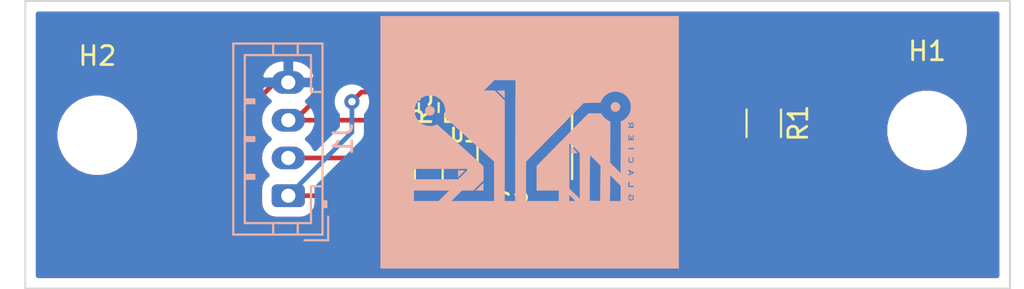
<source format=kicad_pcb>
(kicad_pcb (version 20171130) (host pcbnew "(5.1.9-0-10_14)")

  (general
    (thickness 1.6)
    (drawings 4)
    (tracks 48)
    (zones 0)
    (modules 10)
    (nets 7)
  )

  (page A4)
  (layers
    (0 F.Cu signal)
    (31 B.Cu signal)
    (32 B.Adhes user)
    (33 F.Adhes user)
    (34 B.Paste user)
    (35 F.Paste user)
    (36 B.SilkS user)
    (37 F.SilkS user)
    (38 B.Mask user)
    (39 F.Mask user)
    (40 Dwgs.User user)
    (41 Cmts.User user)
    (42 Eco1.User user)
    (43 Eco2.User user)
    (44 Edge.Cuts user)
    (45 Margin user)
    (46 B.CrtYd user)
    (47 F.CrtYd user)
    (48 B.Fab user)
    (49 F.Fab user)
  )

  (setup
    (last_trace_width 0.25)
    (trace_clearance 0.2)
    (zone_clearance 0.508)
    (zone_45_only no)
    (trace_min 0.2)
    (via_size 0.8)
    (via_drill 0.4)
    (via_min_size 0.4)
    (via_min_drill 0.3)
    (uvia_size 0.3)
    (uvia_drill 0.1)
    (uvias_allowed no)
    (uvia_min_size 0.2)
    (uvia_min_drill 0.1)
    (edge_width 0.05)
    (segment_width 0.2)
    (pcb_text_width 0.3)
    (pcb_text_size 1.5 1.5)
    (mod_edge_width 0.12)
    (mod_text_size 1 1)
    (mod_text_width 0.15)
    (pad_size 1.524 1.524)
    (pad_drill 0.762)
    (pad_to_mask_clearance 0)
    (aux_axis_origin 0 0)
    (visible_elements FFFFFF7F)
    (pcbplotparams
      (layerselection 0x010fc_ffffffff)
      (usegerberextensions false)
      (usegerberattributes true)
      (usegerberadvancedattributes true)
      (creategerberjobfile true)
      (excludeedgelayer true)
      (linewidth 0.100000)
      (plotframeref false)
      (viasonmask false)
      (mode 1)
      (useauxorigin false)
      (hpglpennumber 1)
      (hpglpenspeed 20)
      (hpglpendiameter 15.000000)
      (psnegative false)
      (psa4output false)
      (plotreference true)
      (plotvalue true)
      (plotinvisibletext false)
      (padsonsilk false)
      (subtractmaskfromsilk false)
      (outputformat 1)
      (mirror false)
      (drillshape 0)
      (scaleselection 1)
      (outputdirectory "../Encdoer_Gerber/"))
  )

  (net 0 "")
  (net 1 GND)
  (net 2 +5V)
  (net 3 SDA)
  (net 4 SCL)
  (net 5 "Net-(R1-Pad1)")
  (net 6 "Net-(C2-Pad1)")

  (net_class Default "This is the default net class."
    (clearance 0.2)
    (trace_width 0.25)
    (via_dia 0.8)
    (via_drill 0.4)
    (uvia_dia 0.3)
    (uvia_drill 0.1)
    (add_net +5V)
    (add_net GND)
    (add_net "Net-(C2-Pad1)")
    (add_net "Net-(R1-Pad1)")
    (add_net SCL)
    (add_net SDA)
  )

  (module picture:logo (layer B.Cu) (tedit 0) (tstamp 61053A4D)
    (at 140.97 109.093)
    (fp_text reference G*** (at 0 0) (layer B.SilkS) hide
      (effects (font (size 1.524 1.524) (thickness 0.3)) (justify mirror))
    )
    (fp_text value LOGO (at 0.75 0) (layer B.SilkS) hide
      (effects (font (size 1.524 1.524) (thickness 0.3)) (justify mirror))
    )
    (fp_poly (pts (xy 7.8867 -6.6929) (xy -7.8867 -6.6929) (xy -7.8867 -2.7432) (xy -2.419134 -2.7432)
      (xy -2.13995 -3.0226) (xy -1.860767 -3.302) (xy -0.745092 -3.302) (xy -0.753542 -1.177925)
      (xy -0.754514 -0.926515) (xy -0.755454 -0.669247) (xy -0.756356 -0.408498) (xy -0.757215 -0.146645)
      (xy -0.758023 0.113934) (xy -0.758774 0.370864) (xy -0.759462 0.621766) (xy -0.760082 0.864263)
      (xy -0.760626 1.095979) (xy -0.761088 1.314537) (xy -0.761462 1.517559) (xy -0.761742 1.702668)
      (xy -0.761922 1.867487) (xy -0.761995 2.00964) (xy -0.761996 2.028825) (xy -0.762 3.1115)
      (xy -0.1905 3.1115) (xy -0.1905 1.018347) (xy 1.336105 -0.535401) (xy 2.86271 -2.08915)
      (xy 3.26333 -2.096951) (xy 3.388737 -2.099379) (xy 3.491083 -2.101389) (xy 3.5727 -2.103117)
      (xy 3.635923 -2.104698) (xy 3.683082 -2.106268) (xy 3.716512 -2.107963) (xy 3.738544 -2.109918)
      (xy 3.751512 -2.112269) (xy 3.757749 -2.115151) (xy 3.759588 -2.1187) (xy 3.75936 -2.123053)
      (xy 3.7592 -2.125779) (xy 3.764622 -2.144325) (xy 3.779153 -2.179349) (xy 3.800192 -2.224792)
      (xy 3.812349 -2.249548) (xy 3.883794 -2.364577) (xy 3.975168 -2.466552) (xy 4.083261 -2.552899)
      (xy 4.204866 -2.621045) (xy 4.333437 -2.667523) (xy 4.432562 -2.68536) (xy 4.542973 -2.690358)
      (xy 4.654822 -2.682869) (xy 4.758261 -2.663247) (xy 4.798499 -2.650886) (xy 4.928919 -2.592509)
      (xy 5.046507 -2.514952) (xy 5.148036 -2.420772) (xy 5.230279 -2.312529) (xy 5.235108 -2.304694)
      (xy 5.296498 -2.183137) (xy 5.334575 -2.057183) (xy 5.350746 -1.921852) (xy 5.351485 -1.8923)
      (xy 5.34934 -1.795383) (xy 5.339216 -1.713107) (xy 5.318885 -1.63537) (xy 5.28612 -1.552073)
      (xy 5.267646 -1.512013) (xy 5.211469 -1.416271) (xy 5.138167 -1.324881) (xy 5.053566 -1.243807)
      (xy 4.963494 -1.179015) (xy 4.918789 -1.154858) (xy 4.827429 -1.11125) (xy 4.827119 -0.776237)
      (xy 5.207 -0.776237) (xy 5.207 -0.812008) (xy 5.208427 -0.833655) (xy 5.217223 -0.843112)
      (xy 5.240162 -0.843792) (xy 5.26502 -0.84124) (xy 5.323041 -0.8347) (xy 5.318995 -0.883309)
      (xy 5.313555 -0.915135) (xy 5.299346 -0.935745) (xy 5.269433 -0.954167) (xy 5.261567 -0.958084)
      (xy 5.228063 -0.977044) (xy 5.212216 -0.99564) (xy 5.207675 -1.021807) (xy 5.207592 -1.025525)
      (xy 5.209747 -1.053504) (xy 5.215793 -1.066351) (xy 5.216525 -1.066446) (xy 5.231396 -1.059164)
      (xy 5.258672 -1.041002) (xy 5.276338 -1.028047) (xy 5.326626 -0.990001) (xy 5.343334 -1.021889)
      (xy 5.369084 -1.049662) (xy 5.404598 -1.064125) (xy 5.439506 -1.061678) (xy 5.44709 -1.057898)
      (xy 5.472026 -1.033439) (xy 5.488263 -0.994584) (xy 5.496857 -0.937644) (xy 5.498937 -0.8763)
      (xy 5.499149 -0.76835) (xy 5.353074 -0.772293) (xy 5.207 -0.776237) (xy 4.827119 -0.776237)
      (xy 4.826757 -0.385524) (xy 5.209718 -0.385524) (xy 5.223339 -0.392964) (xy 5.240443 -0.393729)
      (xy 5.27685 -0.393759) (xy 5.272761 -0.293849) (xy 5.271223 -0.243612) (xy 5.272482 -0.213145)
      (xy 5.277735 -0.19687) (xy 5.288183 -0.189208) (xy 5.295763 -0.186855) (xy 5.318901 -0.187043)
      (xy 5.331083 -0.204625) (xy 5.333554 -0.242353) (xy 5.331828 -0.266648) (xy 5.329875 -0.299127)
      (xy 5.336039 -0.313613) (xy 5.355798 -0.317371) (xy 5.370144 -0.3175) (xy 5.397817 -0.31567)
      (xy 5.404227 -0.308612) (xy 5.399081 -0.300355) (xy 5.390526 -0.275141) (xy 5.390089 -0.238705)
      (xy 5.397342 -0.203746) (xy 5.40272 -0.192326) (xy 5.422171 -0.179113) (xy 5.430966 -0.1778)
      (xy 5.440584 -0.181884) (xy 5.445836 -0.197269) (xy 5.447421 -0.228651) (xy 5.446092 -0.279433)
      (xy 5.445011 -0.334205) (xy 5.448231 -0.367738) (xy 5.457288 -0.384043) (xy 5.473719 -0.387129)
      (xy 5.4864 -0.38466) (xy 5.495019 -0.378299) (xy 5.500233 -0.361733) (xy 5.502513 -0.330643)
      (xy 5.502332 -0.28071) (xy 5.501457 -0.247027) (xy 5.497465 -0.1143) (xy 5.2197 -0.1143)
      (xy 5.219526 -0.225425) (xy 5.218591 -0.279518) (xy 5.216251 -0.326661) (xy 5.212949 -0.358961)
      (xy 5.211695 -0.365125) (xy 5.209718 -0.385524) (xy 4.826757 -0.385524) (xy 4.826699 -0.32385)
      (xy 4.826401 -0.161475) (xy 4.825817 0.011695) (xy 4.824981 0.190745) (xy 4.823976 0.36195)
      (xy 5.21335 0.36195) (xy 5.21335 0.3302) (xy 5.214179 0.316303) (xy 5.219611 0.306937)
      (xy 5.234059 0.300879) (xy 5.261936 0.296903) (xy 5.307655 0.293785) (xy 5.35305 0.291436)
      (xy 5.409562 0.288398) (xy 5.455713 0.285538) (xy 5.486227 0.283208) (xy 5.495925 0.281911)
      (xy 5.498035 0.291275) (xy 5.499076 0.317532) (xy 5.4991 0.322751) (xy 5.4991 0.366101)
      (xy 5.356225 0.364026) (xy 5.21335 0.36195) (xy 4.823976 0.36195) (xy 4.823924 0.370759)
      (xy 4.822679 0.546823) (xy 4.82128 0.71402) (xy 4.81976 0.867436) (xy 4.818914 0.938274)
      (xy 5.214665 0.938274) (xy 5.220733 0.868467) (xy 5.247218 0.796925) (xy 5.260949 0.778457)
      (xy 5.278213 0.778971) (xy 5.301502 0.794154) (xy 5.315435 0.80795) (xy 5.313065 0.8128)
      (xy 5.298807 0.823112) (xy 5.285238 0.845148) (xy 5.271083 0.896143) (xy 5.273516 0.943491)
      (xy 5.289373 0.983501) (xy 5.315489 1.012481) (xy 5.3487 1.026738) (xy 5.385839 1.022579)
      (xy 5.418906 1.001087) (xy 5.440519 0.965489) (xy 5.448734 0.918568) (xy 5.442841 0.871005)
      (xy 5.429457 0.842351) (xy 5.418227 0.821799) (xy 5.424558 0.807541) (xy 5.44171 0.795075)
      (xy 5.46553 0.780477) (xy 5.477867 0.7747) (xy 5.482913 0.786039) (xy 5.491012 0.815576)
      (xy 5.499213 0.851438) (xy 5.507245 0.928868) (xy 5.496705 0.99297) (xy 5.468767 1.041787)
      (xy 5.424603 1.073363) (xy 5.365386 1.085744) (xy 5.358665 1.08585) (xy 5.314674 1.082637)
      (xy 5.284252 1.070385) (xy 5.263533 1.052907) (xy 5.229027 1.001256) (xy 5.214665 0.938274)
      (xy 4.818914 0.938274) (xy 4.81815 1.002155) (xy 4.817549 1.045559) (xy 4.809129 1.627567)
      (xy 4.531111 1.350359) (xy 4.253094 1.07315) (xy 4.270648 -1.09855) (xy 4.189549 -1.138254)
      (xy 4.076735 -1.204579) (xy 3.974601 -1.286445) (xy 3.887983 -1.379354) (xy 3.821714 -1.478811)
      (xy 3.820113 -1.481808) (xy 3.790993 -1.5367) (xy 3.113174 -1.5367) (xy 2.802498 -1.222375)
      (xy 2.752067 -1.1713) (xy 2.685394 -1.103694) (xy 2.604041 -1.021143) (xy 2.509567 -0.925233)
      (xy 2.403533 -0.817548) (xy 2.287502 -0.699676) (xy 2.163032 -0.573202) (xy 2.031686 -0.439712)
      (xy 1.895023 -0.300791) (xy 1.754605 -0.158025) (xy 1.611993 -0.013001) (xy 1.468747 0.132696)
      (xy 1.430649 0.17145) (xy 0.369477 1.25095) (xy 0.368888 1.901825) (xy 0.368396 2.44663)
      (xy 2.0955 2.44663) (xy 2.0955 0.07474) (xy 2.143489 0.078645) (xy 2.159301 0.081103)
      (xy 2.175601 0.087212) (xy 2.194788 0.099071) (xy 2.219259 0.11878) (xy 2.251414 0.148438)
      (xy 2.293651 0.190145) (xy 2.348366 0.246) (xy 2.41796 0.318102) (xy 2.422889 0.323227)
      (xy 2.6543 0.563903) (xy 2.6543 2.986675) (xy 2.3749 2.716652) (xy 2.0955 2.44663)
      (xy 0.368396 2.44663) (xy 0.3683 2.5527) (xy 1.5494 2.5527) (xy 1.5494 3.1115)
      (xy 2.0955 3.1115) (xy 2.0955 2.9464) (xy 2.095742 2.884982) (xy 2.096405 2.833924)
      (xy 2.097393 2.797941) (xy 2.09861 2.78175) (xy 2.098858 2.7813) (xy 2.108443 2.789841)
      (xy 2.13306 2.813585) (xy 2.169837 2.849714) (xy 2.215906 2.895409) (xy 2.26695 2.9464)
      (xy 2.415056 3.094836) (xy 3.175 3.094836) (xy 3.175 2.730613) (xy 3.175147 2.616813)
      (xy 3.175572 2.491589) (xy 3.176249 2.357088) (xy 3.177153 2.215457) (xy 3.178257 2.068843)
      (xy 3.179537 1.919392) (xy 3.180966 1.769251) (xy 3.182519 1.620566) (xy 3.18417 1.475485)
      (xy 3.185894 1.336154) (xy 3.187664 1.204719) (xy 3.189457 1.083327) (xy 3.191244 0.974126)
      (xy 3.193002 0.879261) (xy 3.194704 0.800879) (xy 3.196326 0.741127) (xy 3.19784 0.702151)
      (xy 3.199221 0.686099) (xy 3.19942 0.6858) (xy 3.209945 0.694446) (xy 3.236112 0.718919)
      (xy 3.275666 0.757024) (xy 3.326352 0.806563) (xy 3.385916 0.865343) (xy 3.452101 0.931166)
      (xy 3.478774 0.957824) (xy 3.750577 1.229848) (xy 3.745813 1.724668) (xy 5.2197 1.724668)
      (xy 5.221845 1.699788) (xy 5.227075 1.692371) (xy 5.227719 1.692887) (xy 5.243857 1.694158)
      (xy 5.259469 1.688207) (xy 5.27433 1.668443) (xy 5.282861 1.634328) (xy 5.284861 1.594796)
      (xy 5.280129 1.558779) (xy 5.268463 1.535211) (xy 5.263003 1.531668) (xy 5.23922 1.528598)
      (xy 5.231253 1.531059) (xy 5.224181 1.524454) (xy 5.220098 1.499392) (xy 5.2197 1.486092)
      (xy 5.2197 1.433985) (xy 5.344407 1.498043) (xy 5.397 1.524104) (xy 5.442825 1.54506)
      (xy 5.476299 1.558462) (xy 5.490457 1.5621) (xy 5.505772 1.569463) (xy 5.511552 1.59494)
      (xy 5.5118 1.605761) (xy 5.508562 1.636436) (xy 5.496887 1.647981) (xy 5.489575 1.648529)
      (xy 5.469381 1.653372) (xy 5.432204 1.667163) (xy 5.383844 1.687618) (xy 5.343525 1.706053)
      (xy 5.2197 1.764469) (xy 5.2197 1.724668) (xy 3.745813 1.724668) (xy 3.741553 2.167076)
      (xy 3.740053 2.318943) (xy 3.738553 2.463253) (xy 3.73708 2.598019) (xy 3.735658 2.721253)
      (xy 3.734313 2.830969) (xy 3.733069 2.925179) (xy 3.731952 3.001895) (xy 3.730987 3.059131)
      (xy 3.7302 3.094899) (xy 3.729626 3.107207) (xy 3.716663 3.107721) (xy 3.682008 3.107534)
      (xy 3.629359 3.106708) (xy 3.562412 3.105306) (xy 3.484865 3.103392) (xy 3.450861 3.102473)
      (xy 3.175 3.094836) (xy 2.415056 3.094836) (xy 2.431683 3.1115) (xy 4.237919 3.1115)
      (xy 4.246151 2.968625) (xy 4.247938 2.924637) (xy 4.249593 2.858828) (xy 4.251076 2.774777)
      (xy 4.252341 2.676065) (xy 4.253346 2.566271) (xy 4.254049 2.448973) (xy 4.254406 2.327752)
      (xy 4.254442 2.279759) (xy 4.2545 1.733767) (xy 4.5339 2.01295) (xy 4.616462 2.095449)
      (xy 5.21335 2.095449) (xy 5.28955 2.095441) (xy 5.281184 2.301303) (xy 5.396498 2.296827)
      (xy 5.511812 2.29235) (xy 5.51182 2.36855) (xy 5.221204 2.36855) (xy 5.217277 2.232)
      (xy 5.21335 2.095449) (xy 4.616462 2.095449) (xy 4.8133 2.292134) (xy 4.8133 2.928358)
      (xy 5.220683 2.928358) (xy 5.221583 2.871629) (xy 5.228754 2.821745) (xy 5.237487 2.796545)
      (xy 5.252583 2.774732) (xy 5.2739 2.76463) (xy 5.310749 2.761956) (xy 5.31273 2.761943)
      (xy 5.370186 2.761635) (xy 5.374318 2.841344) (xy 5.37845 2.921054) (xy 5.334 2.920025)
      (xy 5.309208 2.917863) (xy 5.303261 2.913788) (xy 5.305425 2.91259) (xy 5.316853 2.896582)
      (xy 5.3213 2.869142) (xy 5.31705 2.841731) (xy 5.301399 2.832369) (xy 5.2959 2.8321)
      (xy 5.281396 2.83504) (xy 5.27374 2.847824) (xy 5.270835 2.876397) (xy 5.2705 2.904125)
      (xy 5.27537 2.961718) (xy 5.291511 2.998605) (xy 5.321214 3.017842) (xy 5.3594 3.0226)
      (xy 5.40684 3.01281) (xy 5.439432 2.982715) (xy 5.453805 2.9502) (xy 5.45621 2.9215)
      (xy 5.451462 2.885439) (xy 5.441823 2.850724) (xy 5.429549 2.826062) (xy 5.41987 2.8194)
      (xy 5.411173 2.815212) (xy 5.420317 2.805451) (xy 5.4417 2.794326) (xy 5.462058 2.787704)
      (xy 5.488775 2.786095) (xy 5.496523 2.79633) (xy 5.503389 2.86754) (xy 5.507392 2.918334)
      (xy 5.508326 2.953557) (xy 5.505983 2.978052) (xy 5.500154 2.996666) (xy 5.490633 3.014242)
      (xy 5.486929 3.02019) (xy 5.44816 3.061789) (xy 5.399671 3.08528) (xy 5.347458 3.090655)
      (xy 5.297517 3.077907) (xy 5.255843 3.047028) (xy 5.237666 3.020505) (xy 5.226047 2.98147)
      (xy 5.220683 2.928358) (xy 4.8133 2.928358) (xy 4.8133 3.1115) (xy 4.237919 3.1115)
      (xy 2.431683 3.1115) (xy 2.0955 3.1115) (xy 1.5494 3.1115) (xy -0.1905 3.1115)
      (xy -0.762 3.1115) (xy -1.3208 3.1115) (xy -1.3208 -2.216376) (xy -1.848072 -2.7432)
      (xy -2.419134 -2.7432) (xy -7.8867 -2.7432) (xy -7.8867 -1.734674) (xy -6.086712 -1.734674)
      (xy -6.082205 -1.780734) (xy -6.052936 -1.91694) (xy -6.001568 -2.044559) (xy -5.930238 -2.160975)
      (xy -5.841085 -2.263573) (xy -5.736244 -2.349738) (xy -5.617854 -2.416855) (xy -5.536539 -2.44842)
      (xy -5.486749 -2.464309) (xy -5.448515 -2.475141) (xy -5.414968 -2.481755) (xy -5.379242 -2.484989)
      (xy -5.334467 -2.485683) (xy -5.273777 -2.484676) (xy -5.2451 -2.484021) (xy -5.17157 -2.481508)
      (xy -5.116161 -2.477178) (xy -5.071606 -2.469969) (xy -5.03064 -2.458819) (xy -5.000733 -2.448297)
      (xy -4.878299 -2.390895) (xy -4.765453 -2.315354) (xy -4.666916 -2.225484) (xy -4.58741 -2.125093)
      (xy -4.574277 -2.104202) (xy -4.514179 -1.98048) (xy -4.475269 -1.846657) (xy -4.458269 -1.707675)
      (xy -4.463901 -1.568475) (xy -4.481965 -1.472498) (xy -4.509288 -1.36525) (xy -4.445169 -1.3081)
      (xy -4.427996 -1.292671) (xy -4.393155 -1.261262) (xy -4.341819 -1.214931) (xy -4.275157 -1.154736)
      (xy -4.194341 -1.081734) (xy -4.100541 -0.996985) (xy -3.994928 -0.901545) (xy -3.878673 -0.796473)
      (xy -3.752947 -0.682827) (xy -3.61892 -0.561666) (xy -3.477763 -0.434046) (xy -3.330647 -0.301026)
      (xy -3.178743 -0.163664) (xy -3.131176 -0.12065) (xy -1.881303 1.00965) (xy -1.880452 2.060575)
      (xy -1.8796 3.1115) (xy -4.146334 3.1115) (xy -3.86715 2.8321) (xy -3.587967 2.5527)
      (xy -2.977929 2.5527) (xy -2.707968 2.282521) (xy -2.438008 2.012341) (xy -2.441379 1.638353)
      (xy -2.44475 1.264364) (xy -3.054958 0.711557) (xy -3.185423 0.593374) (xy -3.330176 0.462263)
      (xy -3.484671 0.322341) (xy -3.644365 0.177724) (xy -3.804711 0.032527) (xy -3.961164 -0.109133)
      (xy -4.10918 -0.243141) (xy -4.244212 -0.365381) (xy -4.277361 -0.395387) (xy -4.889557 -0.949524)
      (xy -4.964907 -0.919089) (xy -5.054241 -0.888814) (xy -5.145175 -0.871002) (xy -5.247565 -0.863905)
      (xy -5.277959 -0.8636) (xy -5.369601 -0.866919) (xy -5.448813 -0.87842) (xy -5.525513 -0.900421)
      (xy -5.609618 -0.935238) (xy -5.634227 -0.946822) (xy -5.754688 -1.018145) (xy -5.858819 -1.10745)
      (xy -5.945255 -1.212192) (xy -6.012628 -1.329829) (xy -6.059573 -1.457817) (xy -6.084723 -1.593613)
      (xy -6.086712 -1.734674) (xy -7.8867 -1.734674) (xy -7.8867 1.397) (xy -6.1214 1.397)
      (xy -3.302 1.397) (xy -3.302 1.446739) (xy -3.302709 1.462504) (xy -3.306218 1.477568)
      (xy -3.314605 1.494367) (xy -3.329946 1.515337) (xy -3.354319 1.542914) (xy -3.3898 1.579533)
      (xy -3.438465 1.627632) (xy -3.502392 1.689645) (xy -3.540125 1.72605) (xy -3.77825 1.955623)
      (xy -4.949825 1.955712) (xy -6.1214 1.9558) (xy -6.1214 1.397) (xy -7.8867 1.397)
      (xy -7.8867 3.1115) (xy -6.1214 3.1115) (xy -6.1214 2.5527) (xy -5.184775 2.553234)
      (xy -4.24815 2.553767) (xy -4.531476 2.832634) (xy -4.814802 3.1115) (xy -6.1214 3.1115)
      (xy -7.8867 3.1115) (xy -7.8867 6.6802) (xy 7.8867 6.6802) (xy 7.8867 -6.6929)) (layer B.SilkS) (width 0.01))
    (fp_poly (pts (xy -1.3208 -2.7432) (xy -1.5113 -2.7432) (xy -1.577595 -2.742591) (xy -1.633855 -2.740915)
      (xy -1.675692 -2.738394) (xy -1.698715 -2.735251) (xy -1.7018 -2.733516) (xy -1.693201 -2.72206)
      (xy -1.66916 -2.695526) (xy -1.632314 -2.656681) (xy -1.585298 -2.608289) (xy -1.530749 -2.553116)
      (xy -1.5113 -2.53365) (xy -1.3208 -2.343467) (xy -1.3208 -2.7432)) (layer B.SilkS) (width 0.01))
    (fp_poly (pts (xy 4.545966 -1.627761) (xy 4.549059 -1.627933) (xy 4.599961 -1.632622) (xy 4.635571 -1.641938)
      (xy 4.665959 -1.659165) (xy 4.681587 -1.671159) (xy 4.730781 -1.715423) (xy 4.761564 -1.75663)
      (xy 4.778382 -1.802801) (xy 4.785475 -1.858558) (xy 4.780628 -1.941147) (xy 4.754576 -2.009884)
      (xy 4.707175 -2.065112) (xy 4.695942 -2.07396) (xy 4.622583 -2.115309) (xy 4.548117 -2.13168)
      (xy 4.473626 -2.122923) (xy 4.438541 -2.109914) (xy 4.371299 -2.067157) (xy 4.322954 -2.01129)
      (xy 4.293862 -1.946564) (xy 4.284376 -1.877228) (xy 4.294852 -1.807532) (xy 4.325645 -1.741726)
      (xy 4.37711 -1.684061) (xy 4.401434 -1.665658) (xy 4.437568 -1.642659) (xy 4.466643 -1.63048)
      (xy 4.499246 -1.626417) (xy 4.545966 -1.627761)) (layer B.SilkS) (width 0.01))
    (fp_poly (pts (xy -5.22022 -1.430244) (xy -5.184987 -1.436583) (xy -5.154532 -1.450548) (xy -5.129851 -1.46685)
      (xy -5.074044 -1.520319) (xy -5.038145 -1.584661) (xy -5.022165 -1.655119) (xy -5.02612 -1.726937)
      (xy -5.050021 -1.79536) (xy -5.093882 -1.855631) (xy -5.128691 -1.885134) (xy -5.189357 -1.914612)
      (xy -5.25948 -1.927938) (xy -5.329249 -1.924075) (xy -5.37201 -1.910867) (xy -5.440409 -1.867319)
      (xy -5.489566 -1.808025) (xy -5.517821 -1.735576) (xy -5.524292 -1.67373) (xy -5.512392 -1.596315)
      (xy -5.47725 -1.529114) (xy -5.41893 -1.472247) (xy -5.412174 -1.467378) (xy -5.378326 -1.445938)
      (xy -5.347436 -1.434246) (xy -5.309153 -1.429479) (xy -5.2705 -1.42875) (xy -5.22022 -1.430244)) (layer B.SilkS) (width 0.01))
    (fp_poly (pts (xy -2.64795 2.549803) (xy -2.44475 2.54635) (xy -2.441245 2.352675) (xy -2.440653 2.285807)
      (xy -2.441329 2.228932) (xy -2.443128 2.186402) (xy -2.445902 2.162566) (xy -2.447748 2.159)
      (xy -2.459259 2.167609) (xy -2.485889 2.191708) (xy -2.524922 2.228704) (xy -2.573638 2.276006)
      (xy -2.62932 2.33102) (xy -2.654454 2.356128) (xy -2.85115 2.553255) (xy -2.64795 2.549803)) (layer B.SilkS) (width 0.01))
    (fp_poly (pts (xy 5.4102 -0.840699) (xy 5.43395 -0.844444) (xy 5.44499 -0.855769) (xy 5.448155 -0.882057)
      (xy 5.4483 -0.898886) (xy 5.443391 -0.950662) (xy 5.429835 -0.986712) (xy 5.40938 -1.002835)
      (xy 5.404761 -1.0033) (xy 5.385784 -0.993022) (xy 5.379808 -0.983211) (xy 5.375244 -0.959074)
      (xy 5.372479 -0.920834) (xy 5.3721 -0.900459) (xy 5.372876 -0.863261) (xy 5.377879 -0.845175)
      (xy 5.391118 -0.839912) (xy 5.4102 -0.840699)) (layer B.SilkS) (width 0.01))
    (fp_poly (pts (xy 2.390116 0.570952) (xy 2.44364 0.569715) (xy 2.488077 0.567879) (xy 2.517795 0.565498)
      (xy 2.5273 0.562948) (xy 2.518919 0.551914) (xy 2.496033 0.526354) (xy 2.462026 0.489777)
      (xy 2.420282 0.445688) (xy 2.374186 0.397594) (xy 2.327122 0.349002) (xy 2.282474 0.303418)
      (xy 2.243626 0.264348) (xy 2.213963 0.2353) (xy 2.196869 0.219779) (xy 2.194622 0.21825)
      (xy 2.191155 0.228672) (xy 2.187743 0.260031) (xy 2.184722 0.307868) (xy 2.182426 0.36772)
      (xy 2.181922 0.387626) (xy 2.180876 0.451222) (xy 2.180699 0.505127) (xy 2.181353 0.544552)
      (xy 2.1828 0.564712) (xy 2.183341 0.566251) (xy 2.197807 0.568823) (xy 2.23135 0.570524)
      (xy 2.278337 0.57141) (xy 2.333137 0.571535) (xy 2.390116 0.570952)) (layer B.SilkS) (width 0.01))
    (fp_poly (pts (xy -3.76331 1.820218) (xy -3.736826 1.796325) (xy -3.698382 1.759903) (xy -3.650912 1.713735)
      (xy -3.597348 1.660603) (xy -3.5941 1.65735) (xy -3.423003 1.4859) (xy -3.7846 1.4859)
      (xy -3.7846 1.65735) (xy -3.783926 1.72002) (xy -3.782075 1.772419) (xy -3.779312 1.80992)
      (xy -3.775896 1.827895) (xy -3.774899 1.8288) (xy -3.76331 1.820218)) (layer B.SilkS) (width 0.01))
    (fp_poly (pts (xy 5.374382 1.63077) (xy 5.414765 1.609887) (xy 5.383907 1.592794) (xy 5.353595 1.578274)
      (xy 5.338823 1.580361) (xy 5.33421 1.601258) (xy 5.334 1.613227) (xy 5.334 1.651653)
      (xy 5.374382 1.63077)) (layer B.SilkS) (width 0.01))
  )

  (module Resistor_SMD:R_0603_1608Metric (layer F.Cu) (tedit 5F68FEEE) (tstamp 60FCB618)
    (at 133.858 107.251 270)
    (descr "Resistor SMD 0603 (1608 Metric), square (rectangular) end terminal, IPC_7351 nominal, (Body size source: IPC-SM-782 page 72, https://www.pcb-3d.com/wordpress/wp-content/uploads/ipc-sm-782a_amendment_1_and_2.pdf), generated with kicad-footprint-generator")
    (tags resistor)
    (path /60FE8FE9)
    (attr smd)
    (fp_text reference R3 (at 0 -1.43 90) (layer F.SilkS)
      (effects (font (size 1 1) (thickness 0.15)))
    )
    (fp_text value 4k7 (at 0 1.43 90) (layer F.Fab)
      (effects (font (size 1 1) (thickness 0.15)))
    )
    (fp_line (start -0.8 0.4125) (end -0.8 -0.4125) (layer F.Fab) (width 0.1))
    (fp_line (start -0.8 -0.4125) (end 0.8 -0.4125) (layer F.Fab) (width 0.1))
    (fp_line (start 0.8 -0.4125) (end 0.8 0.4125) (layer F.Fab) (width 0.1))
    (fp_line (start 0.8 0.4125) (end -0.8 0.4125) (layer F.Fab) (width 0.1))
    (fp_line (start -0.237258 -0.5225) (end 0.237258 -0.5225) (layer F.SilkS) (width 0.12))
    (fp_line (start -0.237258 0.5225) (end 0.237258 0.5225) (layer F.SilkS) (width 0.12))
    (fp_line (start -1.48 0.73) (end -1.48 -0.73) (layer F.CrtYd) (width 0.05))
    (fp_line (start -1.48 -0.73) (end 1.48 -0.73) (layer F.CrtYd) (width 0.05))
    (fp_line (start 1.48 -0.73) (end 1.48 0.73) (layer F.CrtYd) (width 0.05))
    (fp_line (start 1.48 0.73) (end -1.48 0.73) (layer F.CrtYd) (width 0.05))
    (fp_text user %R (at 0 0 90) (layer F.Fab)
      (effects (font (size 0.4 0.4) (thickness 0.06)))
    )
    (pad 2 smd roundrect (at 0.825 0 270) (size 0.8 0.95) (layers F.Cu F.Paste F.Mask) (roundrect_rratio 0.25)
      (net 3 SDA))
    (pad 1 smd roundrect (at -0.825 0 270) (size 0.8 0.95) (layers F.Cu F.Paste F.Mask) (roundrect_rratio 0.25)
      (net 2 +5V))
    (model ${KISYS3DMOD}/Resistor_SMD.3dshapes/R_0603_1608Metric.wrl
      (at (xyz 0 0 0))
      (scale (xyz 1 1 1))
      (rotate (xyz 0 0 0))
    )
  )

  (module Resistor_SMD:R_0603_1608Metric (layer F.Cu) (tedit 5F68FEEE) (tstamp 60FCB6EB)
    (at 135.636 107.252 270)
    (descr "Resistor SMD 0603 (1608 Metric), square (rectangular) end terminal, IPC_7351 nominal, (Body size source: IPC-SM-782 page 72, https://www.pcb-3d.com/wordpress/wp-content/uploads/ipc-sm-782a_amendment_1_and_2.pdf), generated with kicad-footprint-generator")
    (tags resistor)
    (path /60FE85C3)
    (attr smd)
    (fp_text reference R2 (at 0 -1.43 90) (layer F.SilkS)
      (effects (font (size 1 1) (thickness 0.15)))
    )
    (fp_text value 4k7 (at 0 1.43 90) (layer F.Fab)
      (effects (font (size 1 1) (thickness 0.15)))
    )
    (fp_line (start -0.8 0.4125) (end -0.8 -0.4125) (layer F.Fab) (width 0.1))
    (fp_line (start -0.8 -0.4125) (end 0.8 -0.4125) (layer F.Fab) (width 0.1))
    (fp_line (start 0.8 -0.4125) (end 0.8 0.4125) (layer F.Fab) (width 0.1))
    (fp_line (start 0.8 0.4125) (end -0.8 0.4125) (layer F.Fab) (width 0.1))
    (fp_line (start -0.237258 -0.5225) (end 0.237258 -0.5225) (layer F.SilkS) (width 0.12))
    (fp_line (start -0.237258 0.5225) (end 0.237258 0.5225) (layer F.SilkS) (width 0.12))
    (fp_line (start -1.48 0.73) (end -1.48 -0.73) (layer F.CrtYd) (width 0.05))
    (fp_line (start -1.48 -0.73) (end 1.48 -0.73) (layer F.CrtYd) (width 0.05))
    (fp_line (start 1.48 -0.73) (end 1.48 0.73) (layer F.CrtYd) (width 0.05))
    (fp_line (start 1.48 0.73) (end -1.48 0.73) (layer F.CrtYd) (width 0.05))
    (fp_text user %R (at 0 0 90) (layer F.Fab)
      (effects (font (size 0.4 0.4) (thickness 0.06)))
    )
    (pad 2 smd roundrect (at 0.825 0 270) (size 0.8 0.95) (layers F.Cu F.Paste F.Mask) (roundrect_rratio 0.25)
      (net 4 SCL))
    (pad 1 smd roundrect (at -0.825 0 270) (size 0.8 0.95) (layers F.Cu F.Paste F.Mask) (roundrect_rratio 0.25)
      (net 2 +5V))
    (model ${KISYS3DMOD}/Resistor_SMD.3dshapes/R_0603_1608Metric.wrl
      (at (xyz 0 0 0))
      (scale (xyz 1 1 1))
      (rotate (xyz 0 0 0))
    )
  )

  (module Capacitor_SMD:C_0805_2012Metric (layer F.Cu) (tedit 5F68FEEE) (tstamp 60FC14A4)
    (at 140.0175 113.9825)
    (descr "Capacitor SMD 0805 (2012 Metric), square (rectangular) end terminal, IPC_7351 nominal, (Body size source: IPC-SM-782 page 76, https://www.pcb-3d.com/wordpress/wp-content/uploads/ipc-sm-782a_amendment_1_and_2.pdf, https://docs.google.com/spreadsheets/d/1BsfQQcO9C6DZCsRaXUlFlo91Tg2WpOkGARC1WS5S8t0/edit?usp=sharing), generated with kicad-footprint-generator")
    (tags capacitor)
    (path /60FC6EAB)
    (attr smd)
    (fp_text reference C2 (at 0 -1.68) (layer F.SilkS)
      (effects (font (size 1 1) (thickness 0.15)))
    )
    (fp_text value 1ouF (at 0 1.68) (layer F.Fab)
      (effects (font (size 1 1) (thickness 0.15)))
    )
    (fp_line (start 1.7 0.98) (end -1.7 0.98) (layer F.CrtYd) (width 0.05))
    (fp_line (start 1.7 -0.98) (end 1.7 0.98) (layer F.CrtYd) (width 0.05))
    (fp_line (start -1.7 -0.98) (end 1.7 -0.98) (layer F.CrtYd) (width 0.05))
    (fp_line (start -1.7 0.98) (end -1.7 -0.98) (layer F.CrtYd) (width 0.05))
    (fp_line (start -0.261252 0.735) (end 0.261252 0.735) (layer F.SilkS) (width 0.12))
    (fp_line (start -0.261252 -0.735) (end 0.261252 -0.735) (layer F.SilkS) (width 0.12))
    (fp_line (start 1 0.625) (end -1 0.625) (layer F.Fab) (width 0.1))
    (fp_line (start 1 -0.625) (end 1 0.625) (layer F.Fab) (width 0.1))
    (fp_line (start -1 -0.625) (end 1 -0.625) (layer F.Fab) (width 0.1))
    (fp_line (start -1 0.625) (end -1 -0.625) (layer F.Fab) (width 0.1))
    (fp_text user %R (at 0 0) (layer F.Fab)
      (effects (font (size 0.5 0.5) (thickness 0.08)))
    )
    (pad 2 smd roundrect (at 0.95 0) (size 1 1.45) (layers F.Cu F.Paste F.Mask) (roundrect_rratio 0.25)
      (net 1 GND))
    (pad 1 smd roundrect (at -0.95 0) (size 1 1.45) (layers F.Cu F.Paste F.Mask) (roundrect_rratio 0.25)
      (net 6 "Net-(C2-Pad1)"))
    (model ${KISYS3DMOD}/Capacitor_SMD.3dshapes/C_0805_2012Metric.wrl
      (at (xyz 0 0 0))
      (scale (xyz 1 1 1))
      (rotate (xyz 0 0 0))
    )
  )

  (module MountingHole:MountingHole_3.2mm_M3 (layer F.Cu) (tedit 56D1B4CB) (tstamp 60FBEF68)
    (at 118.11 108.712)
    (descr "Mounting Hole 3.2mm, no annular, M3")
    (tags "mounting hole 3.2mm no annular m3")
    (path /60FC21C8)
    (attr virtual)
    (fp_text reference H2 (at 0 -4.2) (layer F.SilkS)
      (effects (font (size 1 1) (thickness 0.15)))
    )
    (fp_text value MountingHole (at 0 4.2) (layer F.Fab)
      (effects (font (size 1 1) (thickness 0.15)))
    )
    (fp_circle (center 0 0) (end 3.2 0) (layer Cmts.User) (width 0.15))
    (fp_circle (center 0 0) (end 3.45 0) (layer F.CrtYd) (width 0.05))
    (fp_text user %R (at 0.3 0) (layer F.Fab)
      (effects (font (size 1 1) (thickness 0.15)))
    )
    (pad 1 np_thru_hole circle (at 0 0) (size 3.2 3.2) (drill 3.2) (layers *.Cu *.Mask))
  )

  (module MountingHole:MountingHole_3.2mm_M3 (layer F.Cu) (tedit 56D1B4CB) (tstamp 60FBEF60)
    (at 161.9885 108.458)
    (descr "Mounting Hole 3.2mm, no annular, M3")
    (tags "mounting hole 3.2mm no annular m3")
    (path /60FC1CC0)
    (attr virtual)
    (fp_text reference H1 (at 0 -4.2) (layer F.SilkS)
      (effects (font (size 1 1) (thickness 0.15)))
    )
    (fp_text value MountingHole (at 0 4.2) (layer F.Fab)
      (effects (font (size 1 1) (thickness 0.15)))
    )
    (fp_circle (center 0 0) (end 3.2 0) (layer Cmts.User) (width 0.15))
    (fp_circle (center 0 0) (end 3.45 0) (layer F.CrtYd) (width 0.05))
    (fp_text user %R (at 0.3 0) (layer F.Fab)
      (effects (font (size 1 1) (thickness 0.15)))
    )
    (pad 1 np_thru_hole circle (at 0 0) (size 3.2 3.2) (drill 3.2) (layers *.Cu *.Mask))
  )

  (module AS5600:AS5600 locked (layer F.Cu) (tedit 60FA9FDE) (tstamp 60FBEC66)
    (at 140.716 109.0295)
    (path /60FAB4E5)
    (fp_text reference U1 (at -3.2385 -0.3175 180) (layer F.SilkS)
      (effects (font (size 0.7 0.7) (thickness 0.15)))
    )
    (fp_text value AS5600 (at -5.842 1.016 180) (layer F.Fab)
      (effects (font (size 0.5 0.5) (thickness 0.15)))
    )
    (fp_circle (center -2.794 2.286) (end -2.54 2.286) (layer Dwgs.User) (width 0.1))
    (fp_line (start 2.5 -2) (end 2.5 2) (layer F.SilkS) (width 0.127))
    (fp_line (start -2.5 2) (end -2.5 -2) (layer F.SilkS) (width 0.127))
    (fp_poly (pts (xy -2.54 -2.032) (xy 2.54 -2.032) (xy 2.54 2.032) (xy -2.54 2.032)) (layer F.CrtYd) (width 0.01))
    (pad 8 smd rect (at -1.905 -2.7) (size 0.6 1.4) (layers F.Cu F.Paste F.Mask)
      (net 1 GND))
    (pad 7 smd rect (at -0.635 -2.7) (size 0.6 1.4) (layers F.Cu F.Paste F.Mask)
      (net 4 SCL))
    (pad 6 smd rect (at 0.635 -2.7) (size 0.6 1.4) (layers F.Cu F.Paste F.Mask)
      (net 3 SDA))
    (pad 5 smd rect (at 1.905 -2.7) (size 0.6 1.4) (layers F.Cu F.Paste F.Mask)
      (net 5 "Net-(R1-Pad1)"))
    (pad 4 smd rect (at 1.905 2.7) (size 0.6 1.4) (layers F.Cu F.Paste F.Mask)
      (net 1 GND))
    (pad 3 smd rect (at 0.635 2.7) (size 0.6 1.4) (layers F.Cu F.Paste F.Mask))
    (pad 2 smd rect (at -0.635 2.7) (size 0.6 1.4) (layers F.Cu F.Paste F.Mask)
      (net 6 "Net-(C2-Pad1)"))
    (pad 1 smd rect (at -1.905 2.7) (size 0.6 1.4) (layers F.Cu F.Paste F.Mask)
      (net 2 +5V))
  )

  (module Resistor_SMD:R_1206_3216Metric (layer F.Cu) (tedit 5F68FEEE) (tstamp 60FBEA66)
    (at 153.3525 108.079 270)
    (descr "Resistor SMD 1206 (3216 Metric), square (rectangular) end terminal, IPC_7351 nominal, (Body size source: IPC-SM-782 page 72, https://www.pcb-3d.com/wordpress/wp-content/uploads/ipc-sm-782a_amendment_1_and_2.pdf), generated with kicad-footprint-generator")
    (tags resistor)
    (path /60FBA4EB)
    (attr smd)
    (fp_text reference R1 (at 0 -1.82 90) (layer F.SilkS)
      (effects (font (size 1 1) (thickness 0.15)))
    )
    (fp_text value 0 (at 0 1.82 90) (layer F.Fab)
      (effects (font (size 1 1) (thickness 0.15)))
    )
    (fp_line (start -1.6 0.8) (end -1.6 -0.8) (layer F.Fab) (width 0.1))
    (fp_line (start -1.6 -0.8) (end 1.6 -0.8) (layer F.Fab) (width 0.1))
    (fp_line (start 1.6 -0.8) (end 1.6 0.8) (layer F.Fab) (width 0.1))
    (fp_line (start 1.6 0.8) (end -1.6 0.8) (layer F.Fab) (width 0.1))
    (fp_line (start -0.727064 -0.91) (end 0.727064 -0.91) (layer F.SilkS) (width 0.12))
    (fp_line (start -0.727064 0.91) (end 0.727064 0.91) (layer F.SilkS) (width 0.12))
    (fp_line (start -2.28 1.12) (end -2.28 -1.12) (layer F.CrtYd) (width 0.05))
    (fp_line (start -2.28 -1.12) (end 2.28 -1.12) (layer F.CrtYd) (width 0.05))
    (fp_line (start 2.28 -1.12) (end 2.28 1.12) (layer F.CrtYd) (width 0.05))
    (fp_line (start 2.28 1.12) (end -2.28 1.12) (layer F.CrtYd) (width 0.05))
    (fp_text user %R (at 0 0 90) (layer F.Fab)
      (effects (font (size 0.8 0.8) (thickness 0.12)))
    )
    (pad 2 smd roundrect (at 1.4625 0 270) (size 1.125 1.75) (layers F.Cu F.Paste F.Mask) (roundrect_rratio 0.2222213333333333)
      (net 1 GND))
    (pad 1 smd roundrect (at -1.4625 0 270) (size 1.125 1.75) (layers F.Cu F.Paste F.Mask) (roundrect_rratio 0.2222213333333333)
      (net 5 "Net-(R1-Pad1)"))
    (model ${KISYS3DMOD}/Resistor_SMD.3dshapes/R_1206_3216Metric.wrl
      (at (xyz 0 0 0))
      (scale (xyz 1 1 1))
      (rotate (xyz 0 0 0))
    )
  )

  (module Connector_JST:JST_PH_B4B-PH-K_1x04_P2.00mm_Vertical locked (layer B.Cu) (tedit 5B7745C2) (tstamp 60FBEA55)
    (at 128.2065 111.918 90)
    (descr "JST PH series connector, B4B-PH-K (http://www.jst-mfg.com/product/pdf/eng/ePH.pdf), generated with kicad-footprint-generator")
    (tags "connector JST PH side entry")
    (path /60FBC674)
    (fp_text reference J1 (at 3 2.9 -90) (layer B.SilkS)
      (effects (font (size 1 1) (thickness 0.15)) (justify mirror))
    )
    (fp_text value conn (at 3 -4 -90) (layer B.Fab)
      (effects (font (size 1 1) (thickness 0.15)) (justify mirror))
    )
    (fp_line (start -2.06 1.81) (end -2.06 -2.91) (layer B.SilkS) (width 0.12))
    (fp_line (start -2.06 -2.91) (end 8.06 -2.91) (layer B.SilkS) (width 0.12))
    (fp_line (start 8.06 -2.91) (end 8.06 1.81) (layer B.SilkS) (width 0.12))
    (fp_line (start 8.06 1.81) (end -2.06 1.81) (layer B.SilkS) (width 0.12))
    (fp_line (start -0.3 1.81) (end -0.3 2.01) (layer B.SilkS) (width 0.12))
    (fp_line (start -0.3 2.01) (end -0.6 2.01) (layer B.SilkS) (width 0.12))
    (fp_line (start -0.6 2.01) (end -0.6 1.81) (layer B.SilkS) (width 0.12))
    (fp_line (start -0.3 1.91) (end -0.6 1.91) (layer B.SilkS) (width 0.12))
    (fp_line (start 0.5 1.81) (end 0.5 1.2) (layer B.SilkS) (width 0.12))
    (fp_line (start 0.5 1.2) (end -1.45 1.2) (layer B.SilkS) (width 0.12))
    (fp_line (start -1.45 1.2) (end -1.45 -2.3) (layer B.SilkS) (width 0.12))
    (fp_line (start -1.45 -2.3) (end 7.45 -2.3) (layer B.SilkS) (width 0.12))
    (fp_line (start 7.45 -2.3) (end 7.45 1.2) (layer B.SilkS) (width 0.12))
    (fp_line (start 7.45 1.2) (end 5.5 1.2) (layer B.SilkS) (width 0.12))
    (fp_line (start 5.5 1.2) (end 5.5 1.81) (layer B.SilkS) (width 0.12))
    (fp_line (start -2.06 0.5) (end -1.45 0.5) (layer B.SilkS) (width 0.12))
    (fp_line (start -2.06 -0.8) (end -1.45 -0.8) (layer B.SilkS) (width 0.12))
    (fp_line (start 8.06 0.5) (end 7.45 0.5) (layer B.SilkS) (width 0.12))
    (fp_line (start 8.06 -0.8) (end 7.45 -0.8) (layer B.SilkS) (width 0.12))
    (fp_line (start 0.9 -2.3) (end 0.9 -1.8) (layer B.SilkS) (width 0.12))
    (fp_line (start 0.9 -1.8) (end 1.1 -1.8) (layer B.SilkS) (width 0.12))
    (fp_line (start 1.1 -1.8) (end 1.1 -2.3) (layer B.SilkS) (width 0.12))
    (fp_line (start 1 -2.3) (end 1 -1.8) (layer B.SilkS) (width 0.12))
    (fp_line (start 2.9 -2.3) (end 2.9 -1.8) (layer B.SilkS) (width 0.12))
    (fp_line (start 2.9 -1.8) (end 3.1 -1.8) (layer B.SilkS) (width 0.12))
    (fp_line (start 3.1 -1.8) (end 3.1 -2.3) (layer B.SilkS) (width 0.12))
    (fp_line (start 3 -2.3) (end 3 -1.8) (layer B.SilkS) (width 0.12))
    (fp_line (start 4.9 -2.3) (end 4.9 -1.8) (layer B.SilkS) (width 0.12))
    (fp_line (start 4.9 -1.8) (end 5.1 -1.8) (layer B.SilkS) (width 0.12))
    (fp_line (start 5.1 -1.8) (end 5.1 -2.3) (layer B.SilkS) (width 0.12))
    (fp_line (start 5 -2.3) (end 5 -1.8) (layer B.SilkS) (width 0.12))
    (fp_line (start -1.11 2.11) (end -2.36 2.11) (layer B.SilkS) (width 0.12))
    (fp_line (start -2.36 2.11) (end -2.36 0.86) (layer B.SilkS) (width 0.12))
    (fp_line (start -1.11 2.11) (end -2.36 2.11) (layer B.Fab) (width 0.1))
    (fp_line (start -2.36 2.11) (end -2.36 0.86) (layer B.Fab) (width 0.1))
    (fp_line (start -1.95 1.7) (end -1.95 -2.8) (layer B.Fab) (width 0.1))
    (fp_line (start -1.95 -2.8) (end 7.95 -2.8) (layer B.Fab) (width 0.1))
    (fp_line (start 7.95 -2.8) (end 7.95 1.7) (layer B.Fab) (width 0.1))
    (fp_line (start 7.95 1.7) (end -1.95 1.7) (layer B.Fab) (width 0.1))
    (fp_line (start -2.45 2.2) (end -2.45 -3.3) (layer B.CrtYd) (width 0.05))
    (fp_line (start -2.45 -3.3) (end 8.45 -3.3) (layer B.CrtYd) (width 0.05))
    (fp_line (start 8.45 -3.3) (end 8.45 2.2) (layer B.CrtYd) (width 0.05))
    (fp_line (start 8.45 2.2) (end -2.45 2.2) (layer B.CrtYd) (width 0.05))
    (fp_text user %R (at 3 -1.5 -90) (layer B.Fab)
      (effects (font (size 1 1) (thickness 0.15)) (justify mirror))
    )
    (pad 4 thru_hole oval (at 6 0 90) (size 1.2 1.75) (drill 0.75) (layers *.Cu *.Mask)
      (net 1 GND))
    (pad 3 thru_hole oval (at 4 0 90) (size 1.2 1.75) (drill 0.75) (layers *.Cu *.Mask)
      (net 3 SDA))
    (pad 2 thru_hole oval (at 2 0 90) (size 1.2 1.75) (drill 0.75) (layers *.Cu *.Mask)
      (net 4 SCL))
    (pad 1 thru_hole roundrect (at 0 0 90) (size 1.2 1.75) (drill 0.75) (layers *.Cu *.Mask) (roundrect_rratio 0.2083325)
      (net 2 +5V))
    (model ${KISYS3DMOD}/Connector_JST.3dshapes/JST_PH_B4B-PH-K_1x04_P2.00mm_Vertical.wrl
      (at (xyz 0 0 0))
      (scale (xyz 1 1 1))
      (rotate (xyz 0 0 0))
    )
  )

  (module Capacitor_SMD:C_0805_2012Metric (layer F.Cu) (tedit 5F68FEEE) (tstamp 60FBEA21)
    (at 135.636 110.81 90)
    (descr "Capacitor SMD 0805 (2012 Metric), square (rectangular) end terminal, IPC_7351 nominal, (Body size source: IPC-SM-782 page 76, https://www.pcb-3d.com/wordpress/wp-content/uploads/ipc-sm-782a_amendment_1_and_2.pdf, https://docs.google.com/spreadsheets/d/1BsfQQcO9C6DZCsRaXUlFlo91Tg2WpOkGARC1WS5S8t0/edit?usp=sharing), generated with kicad-footprint-generator")
    (tags capacitor)
    (path /60FB9CDA)
    (attr smd)
    (fp_text reference C1 (at 0 -1.68 90) (layer F.SilkS)
      (effects (font (size 1 1) (thickness 0.15)))
    )
    (fp_text value 10uF (at 0 1.68 90) (layer F.Fab)
      (effects (font (size 1 1) (thickness 0.15)))
    )
    (fp_line (start -1 0.625) (end -1 -0.625) (layer F.Fab) (width 0.1))
    (fp_line (start -1 -0.625) (end 1 -0.625) (layer F.Fab) (width 0.1))
    (fp_line (start 1 -0.625) (end 1 0.625) (layer F.Fab) (width 0.1))
    (fp_line (start 1 0.625) (end -1 0.625) (layer F.Fab) (width 0.1))
    (fp_line (start -0.261252 -0.735) (end 0.261252 -0.735) (layer F.SilkS) (width 0.12))
    (fp_line (start -0.261252 0.735) (end 0.261252 0.735) (layer F.SilkS) (width 0.12))
    (fp_line (start -1.7 0.98) (end -1.7 -0.98) (layer F.CrtYd) (width 0.05))
    (fp_line (start -1.7 -0.98) (end 1.7 -0.98) (layer F.CrtYd) (width 0.05))
    (fp_line (start 1.7 -0.98) (end 1.7 0.98) (layer F.CrtYd) (width 0.05))
    (fp_line (start 1.7 0.98) (end -1.7 0.98) (layer F.CrtYd) (width 0.05))
    (fp_text user %R (at 0 0 90) (layer F.Fab)
      (effects (font (size 0.5 0.5) (thickness 0.08)))
    )
    (pad 2 smd roundrect (at 0.95 0 90) (size 1 1.45) (layers F.Cu F.Paste F.Mask) (roundrect_rratio 0.25)
      (net 1 GND))
    (pad 1 smd roundrect (at -0.95 0 90) (size 1 1.45) (layers F.Cu F.Paste F.Mask) (roundrect_rratio 0.25)
      (net 2 +5V))
    (model ${KISYS3DMOD}/Capacitor_SMD.3dshapes/C_0805_2012Metric.wrl
      (at (xyz 0 0 0))
      (scale (xyz 1 1 1))
      (rotate (xyz 0 0 0))
    )
  )

  (gr_line (start 166.37 101.6) (end 166.37 116.84) (layer Edge.Cuts) (width 0.1))
  (gr_line (start 114.3 101.6) (end 166.37 101.6) (layer Edge.Cuts) (width 0.1))
  (gr_line (start 114.3 116.84) (end 114.3 101.6) (layer Edge.Cuts) (width 0.1))
  (gr_line (start 166.37 116.84) (end 114.3 116.84) (layer Edge.Cuts) (width 0.1))

  (segment (start 140.9675 113.9825) (end 141.986 112.964) (width 0.25) (layer F.Cu) (net 1))
  (segment (start 128.2065 105.918) (end 127.508 105.918) (width 0.25) (layer F.Cu) (net 1))
  (segment (start 127.508 105.918) (end 125.857 107.569) (width 0.25) (layer F.Cu) (net 1))
  (segment (start 125.857 107.569) (end 125.857 113.157) (width 0.25) (layer F.Cu) (net 1))
  (segment (start 125.857 113.157) (end 128.524 115.824) (width 0.25) (layer F.Cu) (net 1))
  (segment (start 139.126 115.824) (end 140.9675 113.9825) (width 0.25) (layer F.Cu) (net 1))
  (segment (start 128.524 115.824) (end 139.126 115.824) (width 0.25) (layer F.Cu) (net 1))
  (segment (start 138.811 106.685) (end 138.811 106.3295) (width 0.25) (layer F.Cu) (net 1))
  (segment (start 135.636 109.86) (end 138.811 106.685) (width 0.25) (layer F.Cu) (net 1))
  (segment (start 141.986 112.3645) (end 142.621 111.7295) (width 0.25) (layer F.Cu) (net 1))
  (segment (start 141.986 112.964) (end 141.986 112.3645) (width 0.25) (layer F.Cu) (net 1))
  (segment (start 151.1645 111.7295) (end 151.1955 111.6985) (width 0.25) (layer F.Cu) (net 1))
  (segment (start 142.621 111.7295) (end 151.1645 111.7295) (width 0.25) (layer F.Cu) (net 1))
  (segment (start 151.1955 111.6985) (end 153.3525 109.5415) (width 0.25) (layer F.Cu) (net 1))
  (segment (start 135.636 106.427) (end 135.636 106.172) (width 0.25) (layer F.Cu) (net 2))
  (segment (start 135.635 106.426) (end 135.636 106.427) (width 0.25) (layer F.Cu) (net 2))
  (segment (start 133.858 106.426) (end 135.635 106.426) (width 0.25) (layer F.Cu) (net 2))
  (segment (start 135.478 111.918) (end 135.636 111.76) (width 0.25) (layer F.Cu) (net 2))
  (segment (start 128.2065 111.918) (end 135.478 111.918) (width 0.25) (layer F.Cu) (net 2))
  (segment (start 138.1455 111.76) (end 138.176 111.7295) (width 0.25) (layer F.Cu) (net 2))
  (segment (start 135.636 111.76) (end 138.1455 111.76) (width 0.25) (layer F.Cu) (net 2))
  (via (at 131.572 106.934) (size 0.8) (drill 0.4) (layers F.Cu B.Cu) (net 2))
  (segment (start 132.08 106.426) (end 131.572 106.934) (width 0.25) (layer F.Cu) (net 2))
  (segment (start 133.858 106.426) (end 132.08 106.426) (width 0.25) (layer F.Cu) (net 2))
  (segment (start 131.572 108.5525) (end 128.2065 111.918) (width 0.25) (layer B.Cu) (net 2))
  (segment (start 131.572 106.934) (end 131.572 108.5525) (width 0.25) (layer B.Cu) (net 2))
  (segment (start 138.7805 111.76) (end 138.811 111.7295) (width 0.25) (layer F.Cu) (net 2))
  (segment (start 138.1455 111.76) (end 138.7805 111.76) (width 0.25) (layer F.Cu) (net 2))
  (segment (start 128.2065 107.918) (end 128.556 107.918) (width 0.25) (layer F.Cu) (net 3))
  (segment (start 128.556 107.918) (end 132.5245 103.9495) (width 0.25) (layer F.Cu) (net 3))
  (segment (start 132.5245 103.9495) (end 139.5095 103.9495) (width 0.25) (layer F.Cu) (net 3))
  (segment (start 133.7 107.918) (end 133.858 108.076) (width 0.25) (layer F.Cu) (net 3))
  (segment (start 128.2065 107.918) (end 133.7 107.918) (width 0.25) (layer F.Cu) (net 3))
  (segment (start 141.351 105.791) (end 141.351 106.3295) (width 0.25) (layer F.Cu) (net 3))
  (segment (start 139.5095 103.9495) (end 141.351 105.791) (width 0.25) (layer F.Cu) (net 3))
  (segment (start 128.2065 109.918) (end 128.207 109.918) (width 0.25) (layer F.Cu) (net 4))
  (segment (start 133.795 109.918) (end 135.636 108.077) (width 0.25) (layer F.Cu) (net 4))
  (segment (start 128.2065 109.918) (end 133.795 109.918) (width 0.25) (layer F.Cu) (net 4))
  (segment (start 137.764498 105.156) (end 139.2225 105.156) (width 0.25) (layer F.Cu) (net 4))
  (segment (start 137.16 105.760498) (end 137.764498 105.156) (width 0.25) (layer F.Cu) (net 4))
  (segment (start 137.16 106.553) (end 137.16 105.760498) (width 0.25) (layer F.Cu) (net 4))
  (segment (start 135.636 108.077) (end 137.16 106.553) (width 0.25) (layer F.Cu) (net 4))
  (segment (start 140.081 106.0145) (end 140.081 106.3295) (width 0.25) (layer F.Cu) (net 4))
  (segment (start 139.2225 105.156) (end 140.081 106.0145) (width 0.25) (layer F.Cu) (net 4))
  (segment (start 153.0655 106.3295) (end 153.3525 106.6165) (width 0.25) (layer F.Cu) (net 5))
  (segment (start 142.621 106.3295) (end 153.0655 106.3295) (width 0.25) (layer F.Cu) (net 5))
  (segment (start 140.081 112.969) (end 140.081 111.7295) (width 0.25) (layer F.Cu) (net 6))
  (segment (start 139.0675 113.9825) (end 140.081 112.969) (width 0.25) (layer F.Cu) (net 6))

  (zone (net 1) (net_name GND) (layer F.Cu) (tstamp 60FCB9C5) (hatch edge 0.508)
    (connect_pads (clearance 0.508))
    (min_thickness 0.254)
    (fill yes (arc_segments 32) (thermal_gap 0.508) (thermal_bridge_width 0.508))
    (polygon
      (pts
        (xy 166.37 116.84) (xy 114.3 116.84) (xy 114.3 101.6) (xy 166.37 101.6)
      )
    )
    (filled_polygon
      (pts
        (xy 165.685001 116.155) (xy 114.985 116.155) (xy 114.985 108.491872) (xy 115.875 108.491872) (xy 115.875 108.932128)
        (xy 115.96089 109.363925) (xy 116.129369 109.770669) (xy 116.373962 110.136729) (xy 116.685271 110.448038) (xy 117.051331 110.692631)
        (xy 117.458075 110.86111) (xy 117.889872 110.947) (xy 118.330128 110.947) (xy 118.761925 110.86111) (xy 119.168669 110.692631)
        (xy 119.534729 110.448038) (xy 119.846038 110.136729) (xy 120.090631 109.770669) (xy 120.25911 109.363925) (xy 120.345 108.932128)
        (xy 120.345 108.491872) (xy 120.25911 108.060075) (xy 120.200261 107.918) (xy 126.690525 107.918) (xy 126.71437 108.160102)
        (xy 126.784989 108.392901) (xy 126.899667 108.607449) (xy 127.053998 108.795502) (xy 127.203262 108.918) (xy 127.053998 109.040498)
        (xy 126.899667 109.228551) (xy 126.784989 109.443099) (xy 126.71437 109.675898) (xy 126.690525 109.918) (xy 126.71437 110.160102)
        (xy 126.784989 110.392901) (xy 126.899667 110.607449) (xy 127.053998 110.795502) (xy 127.092611 110.827191) (xy 127.088113 110.829595)
        (xy 126.953538 110.940038) (xy 126.843095 111.074613) (xy 126.761028 111.228149) (xy 126.710492 111.394745) (xy 126.693428 111.567999)
        (xy 126.693428 112.268001) (xy 126.710492 112.441255) (xy 126.761028 112.607851) (xy 126.843095 112.761387) (xy 126.953538 112.895962)
        (xy 127.088113 113.006405) (xy 127.241649 113.088472) (xy 127.408245 113.139008) (xy 127.581499 113.156072) (xy 128.831501 113.156072)
        (xy 129.004755 113.139008) (xy 129.171351 113.088472) (xy 129.324887 113.006405) (xy 129.459462 112.895962) (xy 129.569905 112.761387)
        (xy 129.614476 112.678) (xy 134.581825 112.678) (xy 134.667614 112.748405) (xy 134.82115 112.830472) (xy 134.987746 112.881008)
        (xy 135.161 112.898072) (xy 136.111 112.898072) (xy 136.284254 112.881008) (xy 136.45085 112.830472) (xy 136.604386 112.748405)
        (xy 136.738962 112.637962) (xy 136.83577 112.52) (xy 137.881841 112.52) (xy 137.885188 112.553982) (xy 137.921498 112.67368)
        (xy 137.980463 112.783994) (xy 138.059815 112.880685) (xy 138.136768 112.943839) (xy 138.079095 113.014114) (xy 137.997028 113.16765)
        (xy 137.946492 113.334246) (xy 137.929428 113.5075) (xy 137.929428 114.4575) (xy 137.946492 114.630754) (xy 137.997028 114.79735)
        (xy 138.079095 114.950886) (xy 138.189538 115.085462) (xy 138.324114 115.195905) (xy 138.47765 115.277972) (xy 138.644246 115.328508)
        (xy 138.8175 115.345572) (xy 139.3175 115.345572) (xy 139.490754 115.328508) (xy 139.65735 115.277972) (xy 139.810886 115.195905)
        (xy 139.945462 115.085462) (xy 139.950842 115.078906) (xy 140.016315 115.158685) (xy 140.113006 115.238037) (xy 140.22332 115.297002)
        (xy 140.343018 115.333312) (xy 140.4675 115.345572) (xy 140.68175 115.3425) (xy 140.8405 115.18375) (xy 140.8405 114.1095)
        (xy 141.0945 114.1095) (xy 141.0945 115.18375) (xy 141.25325 115.3425) (xy 141.4675 115.345572) (xy 141.591982 115.333312)
        (xy 141.71168 115.297002) (xy 141.821994 115.238037) (xy 141.918685 115.158685) (xy 141.998037 115.061994) (xy 142.057002 114.95168)
        (xy 142.093312 114.831982) (xy 142.105572 114.7075) (xy 142.1025 114.26825) (xy 141.94375 114.1095) (xy 141.0945 114.1095)
        (xy 140.8405 114.1095) (xy 140.8205 114.1095) (xy 140.8205 113.8555) (xy 140.8405 113.8555) (xy 140.8405 113.8355)
        (xy 141.0945 113.8355) (xy 141.0945 113.8555) (xy 141.94375 113.8555) (xy 142.1025 113.69675) (xy 142.105572 113.2575)
        (xy 142.093312 113.133018) (xy 142.057002 113.01332) (xy 142.053327 113.006444) (xy 142.07682 113.019002) (xy 142.196518 113.055312)
        (xy 142.321 113.067572) (xy 142.33525 113.0645) (xy 142.494 112.90575) (xy 142.494 111.8565) (xy 142.748 111.8565)
        (xy 142.748 112.90575) (xy 142.90675 113.0645) (xy 142.921 113.067572) (xy 143.045482 113.055312) (xy 143.16518 113.019002)
        (xy 143.275494 112.960037) (xy 143.372185 112.880685) (xy 143.451537 112.783994) (xy 143.510502 112.67368) (xy 143.546812 112.553982)
        (xy 143.559072 112.4295) (xy 143.556 112.01525) (xy 143.39725 111.8565) (xy 142.748 111.8565) (xy 142.494 111.8565)
        (xy 142.474 111.8565) (xy 142.474 111.6025) (xy 142.494 111.6025) (xy 142.494 110.55325) (xy 142.748 110.55325)
        (xy 142.748 111.6025) (xy 143.39725 111.6025) (xy 143.556 111.44375) (xy 143.559072 111.0295) (xy 143.546812 110.905018)
        (xy 143.510502 110.78532) (xy 143.451537 110.675006) (xy 143.372185 110.578315) (xy 143.275494 110.498963) (xy 143.16518 110.439998)
        (xy 143.045482 110.403688) (xy 142.921 110.391428) (xy 142.90675 110.3945) (xy 142.748 110.55325) (xy 142.494 110.55325)
        (xy 142.33525 110.3945) (xy 142.321 110.391428) (xy 142.196518 110.403688) (xy 142.07682 110.439998) (xy 141.986 110.488543)
        (xy 141.89518 110.439998) (xy 141.775482 110.403688) (xy 141.651 110.391428) (xy 141.051 110.391428) (xy 140.926518 110.403688)
        (xy 140.80682 110.439998) (xy 140.716 110.488543) (xy 140.62518 110.439998) (xy 140.505482 110.403688) (xy 140.381 110.391428)
        (xy 139.781 110.391428) (xy 139.656518 110.403688) (xy 139.53682 110.439998) (xy 139.446 110.488543) (xy 139.35518 110.439998)
        (xy 139.235482 110.403688) (xy 139.111 110.391428) (xy 138.511 110.391428) (xy 138.386518 110.403688) (xy 138.26682 110.439998)
        (xy 138.156506 110.498963) (xy 138.059815 110.578315) (xy 137.980463 110.675006) (xy 137.921498 110.78532) (xy 137.885188 110.905018)
        (xy 137.875833 111) (xy 136.83577 111) (xy 136.738962 110.882038) (xy 136.732406 110.876658) (xy 136.812185 110.811185)
        (xy 136.891537 110.714494) (xy 136.950502 110.60418) (xy 136.986812 110.484482) (xy 136.999072 110.36) (xy 136.996 110.14575)
        (xy 136.95425 110.104) (xy 151.839428 110.104) (xy 151.851688 110.228482) (xy 151.887998 110.34818) (xy 151.946963 110.458494)
        (xy 152.026315 110.555185) (xy 152.123006 110.634537) (xy 152.23332 110.693502) (xy 152.353018 110.729812) (xy 152.4775 110.742072)
        (xy 153.06675 110.739) (xy 153.2255 110.58025) (xy 153.2255 109.6685) (xy 153.4795 109.6685) (xy 153.4795 110.58025)
        (xy 153.63825 110.739) (xy 154.2275 110.742072) (xy 154.351982 110.729812) (xy 154.47168 110.693502) (xy 154.581994 110.634537)
        (xy 154.678685 110.555185) (xy 154.758037 110.458494) (xy 154.817002 110.34818) (xy 154.853312 110.228482) (xy 154.865572 110.104)
        (xy 154.8625 109.82725) (xy 154.70375 109.6685) (xy 153.4795 109.6685) (xy 153.2255 109.6685) (xy 152.00125 109.6685)
        (xy 151.8425 109.82725) (xy 151.839428 110.104) (xy 136.95425 110.104) (xy 136.83725 109.987) (xy 135.763 109.987)
        (xy 135.763 110.007) (xy 135.509 110.007) (xy 135.509 109.987) (xy 135.489 109.987) (xy 135.489 109.733)
        (xy 135.509 109.733) (xy 135.509 109.713) (xy 135.763 109.713) (xy 135.763 109.733) (xy 136.83725 109.733)
        (xy 136.996 109.57425) (xy 136.999072 109.36) (xy 136.986812 109.235518) (xy 136.950502 109.11582) (xy 136.891537 109.005506)
        (xy 136.869785 108.979) (xy 151.839428 108.979) (xy 151.8425 109.25575) (xy 152.00125 109.4145) (xy 153.2255 109.4145)
        (xy 153.2255 108.50275) (xy 153.4795 108.50275) (xy 153.4795 109.4145) (xy 154.70375 109.4145) (xy 154.8625 109.25575)
        (xy 154.865572 108.979) (xy 154.853312 108.854518) (xy 154.817002 108.73482) (xy 154.758037 108.624506) (xy 154.678685 108.527815)
        (xy 154.581994 108.448463) (xy 154.47168 108.389498) (xy 154.351982 108.353188) (xy 154.2275 108.340928) (xy 153.63825 108.344)
        (xy 153.4795 108.50275) (xy 153.2255 108.50275) (xy 153.06675 108.344) (xy 152.4775 108.340928) (xy 152.353018 108.353188)
        (xy 152.23332 108.389498) (xy 152.123006 108.448463) (xy 152.026315 108.527815) (xy 151.946963 108.624506) (xy 151.887998 108.73482)
        (xy 151.851688 108.854518) (xy 151.839428 108.979) (xy 136.869785 108.979) (xy 136.812185 108.908815) (xy 136.715494 108.829463)
        (xy 136.60518 108.770498) (xy 136.588976 108.765583) (xy 136.607831 108.742608) (xy 136.685278 108.597716) (xy 136.732969 108.4405)
        (xy 136.749072 108.277) (xy 136.749072 108.237872) (xy 159.7535 108.237872) (xy 159.7535 108.678128) (xy 159.83939 109.109925)
        (xy 160.007869 109.516669) (xy 160.252462 109.882729) (xy 160.563771 110.194038) (xy 160.929831 110.438631) (xy 161.336575 110.60711)
        (xy 161.768372 110.693) (xy 162.208628 110.693) (xy 162.640425 110.60711) (xy 163.047169 110.438631) (xy 163.413229 110.194038)
        (xy 163.724538 109.882729) (xy 163.969131 109.516669) (xy 164.13761 109.109925) (xy 164.2235 108.678128) (xy 164.2235 108.237872)
        (xy 164.13761 107.806075) (xy 163.969131 107.399331) (xy 163.724538 107.033271) (xy 163.413229 106.721962) (xy 163.047169 106.477369)
        (xy 162.640425 106.30889) (xy 162.208628 106.223) (xy 161.768372 106.223) (xy 161.336575 106.30889) (xy 160.929831 106.477369)
        (xy 160.563771 106.721962) (xy 160.252462 107.033271) (xy 160.007869 107.399331) (xy 159.83939 107.806075) (xy 159.7535 108.237872)
        (xy 136.749072 108.237872) (xy 136.749072 108.03873) (xy 137.671009 107.116794) (xy 137.700001 107.093001) (xy 137.723795 107.064008)
        (xy 137.723799 107.064004) (xy 137.794973 106.977277) (xy 137.794974 106.977276) (xy 137.865546 106.845247) (xy 137.874514 106.815684)
        (xy 137.872928 107.0295) (xy 137.885188 107.153982) (xy 137.921498 107.27368) (xy 137.980463 107.383994) (xy 138.059815 107.480685)
        (xy 138.156506 107.560037) (xy 138.26682 107.619002) (xy 138.386518 107.655312) (xy 138.511 107.667572) (xy 138.52525 107.6645)
        (xy 138.684 107.50575) (xy 138.684 106.4565) (xy 138.664 106.4565) (xy 138.664 106.2025) (xy 138.684 106.2025)
        (xy 138.684 106.1825) (xy 138.938 106.1825) (xy 138.938 106.2025) (xy 138.958 106.2025) (xy 138.958 106.4565)
        (xy 138.938 106.4565) (xy 138.938 107.50575) (xy 139.09675 107.6645) (xy 139.111 107.667572) (xy 139.235482 107.655312)
        (xy 139.35518 107.619002) (xy 139.446 107.570457) (xy 139.53682 107.619002) (xy 139.656518 107.655312) (xy 139.781 107.667572)
        (xy 140.381 107.667572) (xy 140.505482 107.655312) (xy 140.62518 107.619002) (xy 140.716 107.570457) (xy 140.80682 107.619002)
        (xy 140.926518 107.655312) (xy 141.051 107.667572) (xy 141.651 107.667572) (xy 141.775482 107.655312) (xy 141.89518 107.619002)
        (xy 141.986 107.570457) (xy 142.07682 107.619002) (xy 142.196518 107.655312) (xy 142.321 107.667572) (xy 142.921 107.667572)
        (xy 143.045482 107.655312) (xy 143.16518 107.619002) (xy 143.275494 107.560037) (xy 143.372185 107.480685) (xy 143.451537 107.383994)
        (xy 143.510502 107.27368) (xy 143.546812 107.153982) (xy 143.553163 107.0895) (xy 151.855236 107.0895) (xy 151.856492 107.102256)
        (xy 151.907028 107.268852) (xy 151.989095 107.422387) (xy 152.099538 107.556962) (xy 152.234113 107.667405) (xy 152.387648 107.749472)
        (xy 152.554244 107.800008) (xy 152.727498 107.817072) (xy 153.977502 107.817072) (xy 154.150756 107.800008) (xy 154.317352 107.749472)
        (xy 154.470887 107.667405) (xy 154.605462 107.556962) (xy 154.715905 107.422387) (xy 154.797972 107.268852) (xy 154.848508 107.102256)
        (xy 154.865572 106.929002) (xy 154.865572 106.303998) (xy 154.848508 106.130744) (xy 154.797972 105.964148) (xy 154.715905 105.810613)
        (xy 154.605462 105.676038) (xy 154.470887 105.565595) (xy 154.317352 105.483528) (xy 154.150756 105.432992) (xy 153.977502 105.415928)
        (xy 152.727498 105.415928) (xy 152.554244 105.432992) (xy 152.387648 105.483528) (xy 152.234113 105.565595) (xy 152.229355 105.5695)
        (xy 143.553163 105.5695) (xy 143.546812 105.505018) (xy 143.510502 105.38532) (xy 143.451537 105.275006) (xy 143.372185 105.178315)
        (xy 143.275494 105.098963) (xy 143.16518 105.039998) (xy 143.045482 105.003688) (xy 142.921 104.991428) (xy 142.321 104.991428)
        (xy 142.196518 105.003688) (xy 142.07682 105.039998) (xy 141.986 105.088543) (xy 141.89518 105.039998) (xy 141.775482 105.003688)
        (xy 141.651 104.991428) (xy 141.62623 104.991428) (xy 140.073304 103.438503) (xy 140.049501 103.409499) (xy 139.933776 103.314526)
        (xy 139.801747 103.243954) (xy 139.658486 103.200497) (xy 139.546833 103.1895) (xy 139.546822 103.1895) (xy 139.5095 103.185824)
        (xy 139.472178 103.1895) (xy 132.561833 103.1895) (xy 132.5245 103.185823) (xy 132.487167 103.1895) (xy 132.375514 103.200497)
        (xy 132.232253 103.243954) (xy 132.100224 103.314526) (xy 131.984499 103.409499) (xy 131.960701 103.438497) (xy 129.608201 105.790998)
        (xy 129.550232 105.790998) (xy 129.674962 105.600391) (xy 129.671091 105.562718) (xy 129.578921 105.337467) (xy 129.444578 105.134526)
        (xy 129.273225 104.961693) (xy 129.071446 104.82561) (xy 128.846996 104.731507) (xy 128.6085 104.683) (xy 128.3335 104.683)
        (xy 128.3335 105.791) (xy 128.3535 105.791) (xy 128.3535 106.045) (xy 128.3335 106.045) (xy 128.3335 106.065)
        (xy 128.0795 106.065) (xy 128.0795 106.045) (xy 126.862769 106.045) (xy 126.738038 106.235609) (xy 126.741909 106.273282)
        (xy 126.834079 106.498533) (xy 126.968422 106.701474) (xy 127.139775 106.874307) (xy 127.203848 106.917519) (xy 127.053998 107.040498)
        (xy 126.899667 107.228551) (xy 126.784989 107.443099) (xy 126.71437 107.675898) (xy 126.690525 107.918) (xy 120.200261 107.918)
        (xy 120.090631 107.653331) (xy 119.846038 107.287271) (xy 119.534729 106.975962) (xy 119.168669 106.731369) (xy 118.761925 106.56289)
        (xy 118.330128 106.477) (xy 117.889872 106.477) (xy 117.458075 106.56289) (xy 117.051331 106.731369) (xy 116.685271 106.975962)
        (xy 116.373962 107.287271) (xy 116.129369 107.653331) (xy 115.96089 108.060075) (xy 115.875 108.491872) (xy 114.985 108.491872)
        (xy 114.985 105.600391) (xy 126.738038 105.600391) (xy 126.862769 105.791) (xy 128.0795 105.791) (xy 128.0795 104.683)
        (xy 127.8045 104.683) (xy 127.566004 104.731507) (xy 127.341554 104.82561) (xy 127.139775 104.961693) (xy 126.968422 105.134526)
        (xy 126.834079 105.337467) (xy 126.741909 105.562718) (xy 126.738038 105.600391) (xy 114.985 105.600391) (xy 114.985 102.285)
        (xy 165.685 102.285)
      )
    )
  )
  (zone (net 1) (net_name GND) (layer B.Cu) (tstamp 60FCB9C2) (hatch edge 0.508)
    (connect_pads (clearance 0.508))
    (min_thickness 0.254)
    (fill yes (arc_segments 32) (thermal_gap 0.508) (thermal_bridge_width 0.508))
    (polygon
      (pts
        (xy 166.37 116.84) (xy 114.3 116.84) (xy 114.3 101.6) (xy 166.37 101.6)
      )
    )
    (filled_polygon
      (pts
        (xy 165.685001 116.155) (xy 114.985 116.155) (xy 114.985 108.491872) (xy 115.875 108.491872) (xy 115.875 108.932128)
        (xy 115.96089 109.363925) (xy 116.129369 109.770669) (xy 116.373962 110.136729) (xy 116.685271 110.448038) (xy 117.051331 110.692631)
        (xy 117.458075 110.86111) (xy 117.889872 110.947) (xy 118.330128 110.947) (xy 118.761925 110.86111) (xy 119.168669 110.692631)
        (xy 119.534729 110.448038) (xy 119.846038 110.136729) (xy 120.090631 109.770669) (xy 120.25911 109.363925) (xy 120.345 108.932128)
        (xy 120.345 108.491872) (xy 120.25911 108.060075) (xy 120.200261 107.918) (xy 126.690525 107.918) (xy 126.71437 108.160102)
        (xy 126.784989 108.392901) (xy 126.899667 108.607449) (xy 127.053998 108.795502) (xy 127.203262 108.918) (xy 127.053998 109.040498)
        (xy 126.899667 109.228551) (xy 126.784989 109.443099) (xy 126.71437 109.675898) (xy 126.690525 109.918) (xy 126.71437 110.160102)
        (xy 126.784989 110.392901) (xy 126.899667 110.607449) (xy 127.053998 110.795502) (xy 127.092611 110.827191) (xy 127.088113 110.829595)
        (xy 126.953538 110.940038) (xy 126.843095 111.074613) (xy 126.761028 111.228149) (xy 126.710492 111.394745) (xy 126.693428 111.567999)
        (xy 126.693428 112.268001) (xy 126.710492 112.441255) (xy 126.761028 112.607851) (xy 126.843095 112.761387) (xy 126.953538 112.895962)
        (xy 127.088113 113.006405) (xy 127.241649 113.088472) (xy 127.408245 113.139008) (xy 127.581499 113.156072) (xy 128.831501 113.156072)
        (xy 129.004755 113.139008) (xy 129.171351 113.088472) (xy 129.324887 113.006405) (xy 129.459462 112.895962) (xy 129.569905 112.761387)
        (xy 129.651972 112.607851) (xy 129.702508 112.441255) (xy 129.719572 112.268001) (xy 129.719572 111.567999) (xy 129.711658 111.487644)
        (xy 132.083003 109.116299) (xy 132.112001 109.092501) (xy 132.206974 108.976776) (xy 132.277546 108.844747) (xy 132.321003 108.701486)
        (xy 132.332 108.589833) (xy 132.332 108.589825) (xy 132.335676 108.5525) (xy 132.332 108.515175) (xy 132.332 108.237872)
        (xy 159.7535 108.237872) (xy 159.7535 108.678128) (xy 159.83939 109.109925) (xy 160.007869 109.516669) (xy 160.252462 109.882729)
        (xy 160.563771 110.194038) (xy 160.929831 110.438631) (xy 161.336575 110.60711) (xy 161.768372 110.693) (xy 162.208628 110.693)
        (xy 162.640425 110.60711) (xy 163.047169 110.438631) (xy 163.413229 110.194038) (xy 163.724538 109.882729) (xy 163.969131 109.516669)
        (xy 164.13761 109.109925) (xy 164.2235 108.678128) (xy 164.2235 108.237872) (xy 164.13761 107.806075) (xy 163.969131 107.399331)
        (xy 163.724538 107.033271) (xy 163.413229 106.721962) (xy 163.047169 106.477369) (xy 162.640425 106.30889) (xy 162.208628 106.223)
        (xy 161.768372 106.223) (xy 161.336575 106.30889) (xy 160.929831 106.477369) (xy 160.563771 106.721962) (xy 160.252462 107.033271)
        (xy 160.007869 107.399331) (xy 159.83939 107.806075) (xy 159.7535 108.237872) (xy 132.332 108.237872) (xy 132.332 107.637711)
        (xy 132.375937 107.593774) (xy 132.489205 107.424256) (xy 132.567226 107.235898) (xy 132.607 107.035939) (xy 132.607 106.832061)
        (xy 132.567226 106.632102) (xy 132.489205 106.443744) (xy 132.375937 106.274226) (xy 132.231774 106.130063) (xy 132.062256 106.016795)
        (xy 131.873898 105.938774) (xy 131.673939 105.899) (xy 131.470061 105.899) (xy 131.270102 105.938774) (xy 131.081744 106.016795)
        (xy 130.912226 106.130063) (xy 130.768063 106.274226) (xy 130.654795 106.443744) (xy 130.576774 106.632102) (xy 130.537 106.832061)
        (xy 130.537 107.035939) (xy 130.576774 107.235898) (xy 130.654795 107.424256) (xy 130.768063 107.593774) (xy 130.812 107.637711)
        (xy 130.812001 108.237697) (xy 129.620553 109.429146) (xy 129.513333 109.228551) (xy 129.359002 109.040498) (xy 129.209738 108.918)
        (xy 129.359002 108.795502) (xy 129.513333 108.607449) (xy 129.628011 108.392901) (xy 129.69863 108.160102) (xy 129.722475 107.918)
        (xy 129.69863 107.675898) (xy 129.628011 107.443099) (xy 129.513333 107.228551) (xy 129.359002 107.040498) (xy 129.209152 106.917519)
        (xy 129.273225 106.874307) (xy 129.444578 106.701474) (xy 129.578921 106.498533) (xy 129.671091 106.273282) (xy 129.674962 106.235609)
        (xy 129.550231 106.045) (xy 128.3335 106.045) (xy 128.3335 106.065) (xy 128.0795 106.065) (xy 128.0795 106.045)
        (xy 126.862769 106.045) (xy 126.738038 106.235609) (xy 126.741909 106.273282) (xy 126.834079 106.498533) (xy 126.968422 106.701474)
        (xy 127.139775 106.874307) (xy 127.203848 106.917519) (xy 127.053998 107.040498) (xy 126.899667 107.228551) (xy 126.784989 107.443099)
        (xy 126.71437 107.675898) (xy 126.690525 107.918) (xy 120.200261 107.918) (xy 120.090631 107.653331) (xy 119.846038 107.287271)
        (xy 119.534729 106.975962) (xy 119.168669 106.731369) (xy 118.761925 106.56289) (xy 118.330128 106.477) (xy 117.889872 106.477)
        (xy 117.458075 106.56289) (xy 117.051331 106.731369) (xy 116.685271 106.975962) (xy 116.373962 107.287271) (xy 116.129369 107.653331)
        (xy 115.96089 108.060075) (xy 115.875 108.491872) (xy 114.985 108.491872) (xy 114.985 105.600391) (xy 126.738038 105.600391)
        (xy 126.862769 105.791) (xy 128.0795 105.791) (xy 128.0795 104.683) (xy 128.3335 104.683) (xy 128.3335 105.791)
        (xy 129.550231 105.791) (xy 129.674962 105.600391) (xy 129.671091 105.562718) (xy 129.578921 105.337467) (xy 129.444578 105.134526)
        (xy 129.273225 104.961693) (xy 129.071446 104.82561) (xy 128.846996 104.731507) (xy 128.6085 104.683) (xy 128.3335 104.683)
        (xy 128.0795 104.683) (xy 127.8045 104.683) (xy 127.566004 104.731507) (xy 127.341554 104.82561) (xy 127.139775 104.961693)
        (xy 126.968422 105.134526) (xy 126.834079 105.337467) (xy 126.741909 105.562718) (xy 126.738038 105.600391) (xy 114.985 105.600391)
        (xy 114.985 102.285) (xy 165.685 102.285)
      )
    )
  )
)

</source>
